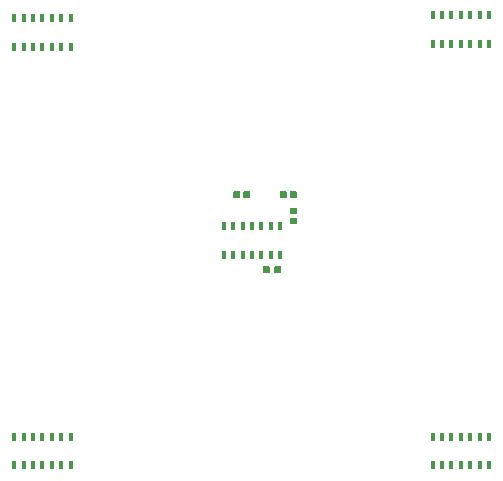
<source format=gtp>
G04 Layer: TopPasteMaskLayer*
G04 EasyEDA Pro v2.1.44.1.245b18d5.fca1f9, 2024-01-18 14:01:25*
G04 Gerber Generator version 0.3*
G04 Scale: 100 percent, Rotated: No, Reflected: No*
G04 Dimensions in millimeters*
G04 Leading zeros omitted, absolute positions, 3 integers and 5 decimals*
%FSLAX35Y35*%
%MOMM*%
%ADD10R,0.35001X0.75001*%
%ADD11R,0.35001X0.75001*%
G75*


G04 PolygonModel Start*
G36*
G01X1150396Y-1222098D02*
G01X1150396Y-1267099D01*
G01X1143399Y-1272098D01*
G01X1095398D01*
G01X1090397Y-1267099D01*
G01Y-1222098D01*
G01X1095398Y-1217099D01*
G01X1143399D01*
G01X1150396Y-1222098D01*
G37*
G36*
G01X1246398Y-1222098D02*
G01X1246398Y-1267099D01*
G01X1241397Y-1272098D01*
G01X1193399D01*
G01X1186398Y-1267099D01*
G01Y-1222098D01*
G01X1193399Y-1217099D01*
G01X1241397D01*
G01X1246398Y-1222098D01*
G37*
G36*
G01X1321600Y-632600D02*
G01X1321600Y-586600D01*
G01X1325601Y-582600D01*
G01X1375664D01*
G01X1379665Y-586600D01*
G01Y-632600D01*
G01X1375664Y-636600D01*
G01X1325601D01*
G01X1321600Y-632600D01*
G37*
G36*
G01X1294600Y-632600D02*
G01X1294600Y-586600D01*
G01X1290599Y-582600D01*
G01X1240536D01*
G01X1236536Y-586600D01*
G01Y-632600D01*
G01X1240536Y-636600D01*
G01X1290599D01*
G01X1294600Y-632600D01*
G37*
G36*
G01X900900Y-586600D02*
G01X900900Y-632600D01*
G01X896899Y-636600D01*
G01X846836D01*
G01X842836Y-632600D01*
G01Y-586600D01*
G01X846836Y-582600D01*
G01X896899D01*
G01X900900Y-586600D01*
G37*
G36*
G01X927900Y-586600D02*
G01X927900Y-632600D01*
G01X931901Y-636600D01*
G01X981964D01*
G01X985965Y-632600D01*
G01Y-586600D01*
G01X981964Y-582600D01*
G01X931901D01*
G01X927900Y-586600D01*
G37*
G36*
G01X1374381Y-779081D02*
G01X1328382Y-779081D01*
G01X1324381Y-775081D01*
G01Y-725018D01*
G01X1328382Y-721017D01*
G01X1374381D01*
G01X1378382Y-725018D01*
G01Y-775081D01*
G01X1374381Y-779081D01*
G37*
G36*
G01X1374381Y-806082D02*
G01X1328382Y-806082D01*
G01X1324381Y-810082D01*
G01Y-860146D01*
G01X1328382Y-864146D01*
G01X1374381D01*
G01X1378382Y-860146D01*
G01Y-810082D01*
G01X1374381Y-806082D01*
G37*
G04 PolygonModel End*

G04 Pad Start*
G54D10*
G01X759995Y-1120002D03*
G01X840005Y-1120002D03*
G01X920015Y-1120002D03*
G01X1000000Y-1120002D03*
G01X1080010Y-1120002D03*
G01X1160020Y-1120002D03*
G01X1240005Y-1120002D03*
G01X760021Y-879998D03*
G01X840005Y-879998D03*
G01X920015Y-879998D03*
G01X1000000Y-879998D03*
G01X1080010Y-879998D03*
G01X1159995Y-879998D03*
G01X1240005Y-879998D03*
G01X-1014705Y-2901302D03*
G01X-934695Y-2901302D03*
G01X-854685Y-2901302D03*
G01X-774700Y-2901302D03*
G01X-694690Y-2901302D03*
G01X-614680Y-2901302D03*
G01X-534695Y-2901302D03*
G01X-1014679Y-2661298D03*
G01X-934695Y-2661298D03*
G01X-854685Y-2661298D03*
G01X-774700Y-2661298D03*
G01X-694690Y-2661298D03*
G01X-614705Y-2661298D03*
G01X-534695Y-2661298D03*
G54D11*
G01X3008605Y-2661298D03*
G01X2928595Y-2661298D03*
G01X2848585Y-2661298D03*
G01X2768600Y-2661298D03*
G01X2688590Y-2661298D03*
G01X2608580Y-2661298D03*
G01X2528595Y-2661298D03*
G01X3008579Y-2901302D03*
G01X2928595Y-2901302D03*
G01X2848585Y-2901302D03*
G01X2768600Y-2901302D03*
G01X2688590Y-2901302D03*
G01X2608605Y-2901302D03*
G01X2528595Y-2901302D03*
G54D10*
G01X-1014705Y641998D03*
G01X-934695Y641998D03*
G01X-854685Y641998D03*
G01X-774700Y641998D03*
G01X-694690Y641998D03*
G01X-614680Y641998D03*
G01X-534695Y641998D03*
G01X-1014679Y882002D03*
G01X-934695Y882002D03*
G01X-854685Y882002D03*
G01X-774700Y882002D03*
G01X-694690Y882002D03*
G01X-614705Y882002D03*
G01X-534695Y882002D03*
G54D11*
G01X3008605Y907402D03*
G01X2928595Y907402D03*
G01X2848585Y907402D03*
G01X2768600Y907402D03*
G01X2688590Y907402D03*
G01X2608580Y907402D03*
G01X2528595Y907402D03*
G01X3008579Y667398D03*
G01X2928595Y667398D03*
G01X2848585Y667398D03*
G01X2768600Y667398D03*
G01X2688590Y667398D03*
G01X2608605Y667398D03*
G01X2528595Y667398D03*
G04 Pad End*

M02*

</source>
